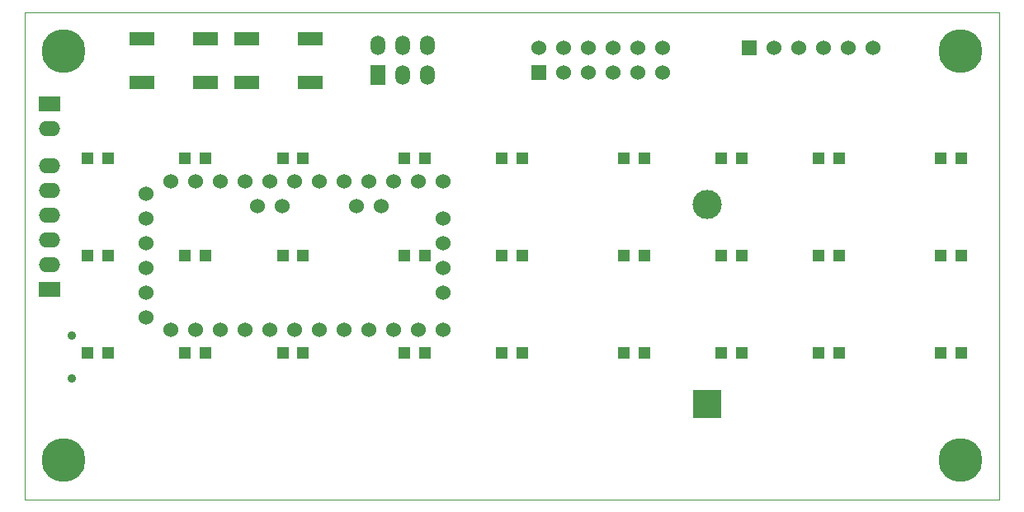
<source format=gbs>
G04 (created by PCBNEW (2013-07-07 BZR 4022)-stable) date 31/12/2015 20:31:10*
%MOIN*%
G04 Gerber Fmt 3.4, Leading zero omitted, Abs format*
%FSLAX34Y34*%
G01*
G70*
G90*
G04 APERTURE LIST*
%ADD10C,0.00590551*%
%ADD11C,0.00393701*%
%ADD12R,0.0866X0.06*%
%ADD13O,0.0866X0.06*%
%ADD14C,0.1772*%
%ADD15R,0.06X0.06*%
%ADD16C,0.06*%
%ADD17C,0.1181*%
%ADD18R,0.118X0.118*%
%ADD19R,0.0472X0.0472*%
%ADD20R,0.06X0.0787*%
%ADD21O,0.06X0.0787*%
%ADD22R,0.0984X0.055*%
%ADD23C,0.0354*%
G04 APERTURE END LIST*
G54D10*
G54D11*
X39370Y0D02*
X0Y0D01*
X39370Y19685D02*
X39370Y0D01*
X0Y19685D02*
X39370Y19685D01*
X0Y0D02*
X0Y19685D01*
G54D12*
X1000Y8500D03*
G54D13*
X1000Y9500D03*
X1000Y10500D03*
X1000Y11500D03*
X1000Y12500D03*
X1000Y13500D03*
G54D12*
X1000Y16000D03*
G54D13*
X1000Y15000D03*
G54D14*
X1574Y1574D03*
X37795Y18110D03*
X37795Y1574D03*
X1574Y18110D03*
G54D15*
X20750Y17250D03*
G54D16*
X20750Y18250D03*
X21750Y17250D03*
X21750Y18250D03*
X22750Y17250D03*
X22750Y18250D03*
X23750Y17250D03*
X23750Y18250D03*
X24750Y17250D03*
X24750Y18250D03*
X25750Y17250D03*
X25750Y18250D03*
G54D17*
X27559Y11922D03*
G54D18*
X27559Y3852D03*
G54D19*
X6476Y9842D03*
X7302Y9842D03*
X2539Y5905D03*
X3365Y5905D03*
X2539Y9842D03*
X3365Y9842D03*
X2539Y13779D03*
X3365Y13779D03*
X10413Y13779D03*
X11239Y13779D03*
X10413Y9842D03*
X11239Y9842D03*
X10413Y5905D03*
X11239Y5905D03*
X6476Y13779D03*
X7302Y13779D03*
X6476Y5905D03*
X7302Y5905D03*
X36988Y5905D03*
X37814Y5905D03*
X36988Y9842D03*
X37814Y9842D03*
X36988Y13779D03*
X37814Y13779D03*
X19272Y9842D03*
X20098Y9842D03*
X19272Y5905D03*
X20098Y5905D03*
X15335Y13779D03*
X16161Y13779D03*
X15335Y9842D03*
X16161Y9842D03*
X15335Y5905D03*
X16161Y5905D03*
X19272Y13779D03*
X20098Y13779D03*
X32067Y13779D03*
X32893Y13779D03*
X32067Y9842D03*
X32893Y9842D03*
X32067Y5905D03*
X32893Y5905D03*
X28130Y13779D03*
X28956Y13779D03*
X28130Y9842D03*
X28956Y9842D03*
X28130Y5905D03*
X28956Y5905D03*
X24193Y9842D03*
X25019Y9842D03*
X24193Y5905D03*
X25019Y5905D03*
X24193Y13779D03*
X25019Y13779D03*
G54D20*
X14250Y17152D03*
G54D21*
X14250Y18348D03*
X15250Y17152D03*
X15250Y18348D03*
X16250Y17152D03*
X16250Y18348D03*
G54D22*
X8971Y16864D03*
X8971Y18636D03*
X11530Y16864D03*
X11530Y18636D03*
X4721Y16864D03*
X4721Y18636D03*
X7280Y16864D03*
X7280Y18636D03*
G54D16*
X6900Y6850D03*
X7900Y6850D03*
X8900Y6850D03*
X5900Y6850D03*
X9900Y6850D03*
X10900Y6850D03*
X11900Y6850D03*
X12900Y6850D03*
X13900Y6850D03*
X14900Y6850D03*
X15900Y6850D03*
X16900Y6850D03*
X16900Y8350D03*
X16900Y9350D03*
X16900Y10350D03*
X16900Y11350D03*
X16900Y12850D03*
X15900Y12850D03*
X14900Y12850D03*
X13900Y12850D03*
X12900Y12850D03*
X11900Y12850D03*
X10900Y12850D03*
X9900Y12850D03*
X8900Y12850D03*
X7900Y12850D03*
X6900Y12850D03*
X5900Y12850D03*
X4900Y7350D03*
X4900Y9350D03*
X4900Y10350D03*
X4900Y11350D03*
X4900Y12350D03*
X14400Y11850D03*
X13400Y11850D03*
X10400Y11850D03*
X9400Y11850D03*
X4900Y8350D03*
G54D15*
X29250Y18250D03*
G54D16*
X30250Y18250D03*
X31250Y18250D03*
X32250Y18250D03*
X33250Y18250D03*
X34250Y18250D03*
G54D23*
X1907Y6616D03*
X1907Y4884D03*
M02*

</source>
